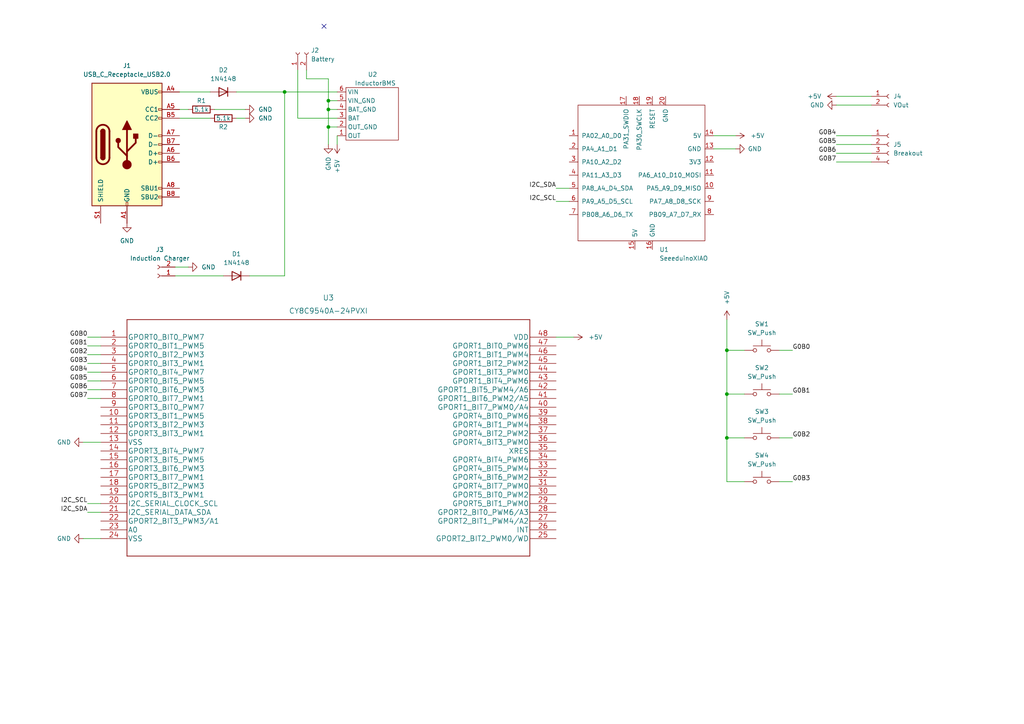
<source format=kicad_sch>
(kicad_sch (version 20211123) (generator eeschema)
  (paper "A4")
  (title_block (title "The Inductor") (rev "1") (company "Catch Products"))
  (lib_symbols
    (symbol "Connector:Conn_01x02_Female" (pin_names (offset 1.016) hide)
      (property "Reference" "J" (at 0 2.54 0))
      (property "Value" "Conn_01x02_Female" (at 0 -5.08 0))
      (symbol "Conn_01x02_Female_1_1"
        (arc (start 0 -2.032) (mid -0.508 -2.54) (end 0 -3.048) (stroke (width 0.1524)))
        (polyline (pts (xy -1.27 -2.54) (xy -0.508 -2.54)) (stroke (width 0.1524)))
        (polyline (pts (xy -1.27 0) (xy -0.508 0)) (stroke (width 0.1524)))
        (arc (start 0 0.508) (mid -0.508 0) (end 0 -0.508) (stroke (width 0.1524)))
        (pin passive line (at -5.08 0 0) (length 3.81) (name "Pin_1") (number "1"))
        (pin passive line (at -5.08 -2.54 0) (length 3.81) (name "Pin_2") (number "2"))
      )
    )
    (symbol "Connector:Conn_01x04_Female" (pin_names (offset 1.016) hide)
      (property "Reference" "J" (at 0 5.08 0))
      (property "Value" "Conn_01x04_Female" (at 0 -7.62 0))
      (symbol "Conn_01x04_Female_1_1"
        (arc (start 0 -4.572) (mid -0.508 -5.08) (end 0 -5.588) (stroke (width 0.1524)))
        (arc (start 0 -2.032) (mid -0.508 -2.54) (end 0 -3.048) (stroke (width 0.1524)))
        (polyline (pts (xy -1.27 -5.08) (xy -0.508 -5.08)) (stroke (width 0.1524)))
        (polyline (pts (xy -1.27 -2.54) (xy -0.508 -2.54)) (stroke (width 0.1524)))
        (polyline (pts (xy -1.27 0) (xy -0.508 0)) (stroke (width 0.1524)))
        (polyline (pts (xy -1.27 2.54) (xy -0.508 2.54)) (stroke (width 0.1524)))
        (arc (start 0 0.508) (mid -0.508 0) (end 0 -0.508) (stroke (width 0.1524)))
        (arc (start 0 3.048) (mid -0.508 2.54) (end 0 2.032) (stroke (width 0.1524)))
        (pin passive line (at -5.08 2.54 0) (length 3.81) (name "Pin_1") (number "1"))
        (pin passive line (at -5.08 0 0) (length 3.81) (name "Pin_2") (number "2"))
        (pin passive line (at -5.08 -2.54 0) (length 3.81) (name "Pin_3") (number "3"))
        (pin passive line (at -5.08 -5.08 0) (length 3.81) (name "Pin_4") (number "4"))
      )
    )
    (symbol "Connector:USB_C_Receptacle_USB2.0" (pin_names (offset 1.016))
      (property "Reference" "J" (at -10.16 19.05 0))
      (property "Value" "USB_C_Receptacle_USB2.0" (at 19.05 19.05 0))
      (symbol "USB_C_Receptacle_USB2.0_0_0"
        (rectangle (start -0.254 -17.78) (end 0.254 -16.764))
        (rectangle (start 10.16 -14.986) (end 9.144 -15.494))
        (rectangle (start 10.16 -12.446) (end 9.144 -12.954))
        (rectangle (start 10.16 -4.826) (end 9.144 -5.334))
        (rectangle (start 10.16 -2.286) (end 9.144 -2.794))
        (rectangle (start 10.16 0.254) (end 9.144 -0.254))
        (rectangle (start 10.16 2.794) (end 9.144 2.286))
        (rectangle (start 10.16 7.874) (end 9.144 7.366))
        (rectangle (start 10.16 10.414) (end 9.144 9.906))
        (rectangle (start 10.16 15.494) (end 9.144 14.986))
      )
      (symbol "USB_C_Receptacle_USB2.0_0_1"
        (rectangle (start -10.16 17.78) (end 10.16 -17.78) (stroke (width 0.254)) (fill (type background)))
        (arc (start -8.89 -3.81) (mid -6.985 -5.715) (end -5.08 -3.81) (stroke (width 0.508)))
        (arc (start -7.62 -3.81) (mid -6.985 -4.445) (end -6.35 -3.81) (stroke (width 0.254)))
        (arc (start -7.62 -3.81) (mid -6.985 -4.445) (end -6.35 -3.81) (stroke (width 0.254)) (fill (type outline)))
        (rectangle (start -7.62 -3.81) (end -6.35 3.81) (stroke (width 0.254)) (fill (type outline)))
        (arc (start -6.35 3.81) (mid -6.985 4.445) (end -7.62 3.81) (stroke (width 0.254)))
        (arc (start -6.35 3.81) (mid -6.985 4.445) (end -7.62 3.81) (stroke (width 0.254)) (fill (type outline)))
        (arc (start -5.08 3.81) (mid -6.985 5.715) (end -8.89 3.81) (stroke (width 0.508)))
        (circle (center -2.54 1.143) (radius 0.635) (stroke (width 0.254)) (fill (type outline)))
        (circle (center 0 -5.842) (radius 1.27) (fill (type outline)))
        (polyline (pts (xy -8.89 -3.81) (xy -8.89 3.81)) (stroke (width 0.508)))
        (polyline (pts (xy -5.08 3.81) (xy -5.08 -3.81)) (stroke (width 0.508)))
        (polyline (pts (xy 0 -5.842) (xy 0 4.318)) (stroke (width 0.508)))
        (polyline (pts (xy 0 -3.302) (xy -2.54 -0.762) (xy -2.54 0.508)) (stroke (width 0.508)))
        (polyline (pts (xy 0 -2.032) (xy 2.54 0.508) (xy 2.54 1.778)) (stroke (width 0.508)))
        (polyline (pts (xy -1.27 4.318) (xy 0 6.858) (xy 1.27 4.318) (xy -1.27 4.318)) (stroke (width 0.254)) (fill (type outline)))
        (rectangle (start 1.905 1.778) (end 3.175 3.048) (stroke (width 0.254)) (fill (type outline)))
      )
      (symbol "USB_C_Receptacle_USB2.0_1_1"
        (pin passive line (at 0 -22.86 90) (length 5.08) (name "GND") (number "A1"))
        (pin passive line (at 0 -22.86 90) (length 5.08) hide (name "GND") (number "A12"))
        (pin passive line (at 15.24 15.24 180) (length 5.08) (name "VBUS") (number "A4"))
        (pin bidirectional line (at 15.24 10.16 180) (length 5.08) (name "CC1") (number "A5"))
        (pin bidirectional line (at 15.24 -2.54 180) (length 5.08) (name "D+") (number "A6"))
        (pin bidirectional line (at 15.24 2.54 180) (length 5.08) (name "D-") (number "A7"))
        (pin bidirectional line (at 15.24 -12.7 180) (length 5.08) (name "SBU1") (number "A8"))
        (pin passive line (at 15.24 15.24 180) (length 5.08) hide (name "VBUS") (number "A9"))
        (pin passive line (at 0 -22.86 90) (length 5.08) hide (name "GND") (number "B1"))
        (pin passive line (at 0 -22.86 90) (length 5.08) hide (name "GND") (number "B12"))
        (pin passive line (at 15.24 15.24 180) (length 5.08) hide (name "VBUS") (number "B4"))
        (pin bidirectional line (at 15.24 7.62 180) (length 5.08) (name "CC2") (number "B5"))
        (pin bidirectional line (at 15.24 -5.08 180) (length 5.08) (name "D+") (number "B6"))
        (pin bidirectional line (at 15.24 0 180) (length 5.08) (name "D-") (number "B7"))
        (pin bidirectional line (at 15.24 -15.24 180) (length 5.08) (name "SBU2") (number "B8"))
        (pin passive line (at 15.24 15.24 180) (length 5.08) hide (name "VBUS") (number "B9"))
        (pin passive line (at -7.62 -22.86 90) (length 5.08) (name "SHIELD") (number "S1"))
      )
    )
    (symbol "Device:R" (pin_numbers hide) (pin_names (offset 0))
      (property "Reference" "R" (at 2.032 0 90))
      (property "Value" "R" (at 0 0 90))
      (symbol "R_0_1"
        (rectangle (start -1.016 -2.54) (end 1.016 2.54) (stroke (width 0.254)))
      )
      (symbol "R_1_1"
        (pin passive line (at 0 3.81 270) (length 1.27) (name "~") (number "1"))
        (pin passive line (at 0 -3.81 90) (length 1.27) (name "~") (number "2"))
      )
    )
    (symbol "Diode:1N4148" (pin_numbers hide) (pin_names (offset 1.016) hide)
      (property "Reference" "D" (at 0 2.54 0))
      (property "Value" "1N4148" (at 0 -2.54 0))
      (symbol "1N4148_0_1"
        (polyline (pts (xy -1.27 1.27) (xy -1.27 -1.27)) (stroke (width 0.254)))
        (polyline (pts (xy 1.27 0) (xy -1.27 0)))
        (polyline (pts (xy 1.27 1.27) (xy 1.27 -1.27) (xy -1.27 0) (xy 1.27 1.27)) (stroke (width 0.254)))
      )
      (symbol "1N4148_1_1"
        (pin passive line (at -3.81 0 0) (length 2.54) (name "K") (number "1"))
        (pin passive line (at 3.81 0 180) (length 2.54) (name "A") (number "2"))
      )
    )
    (symbol "InductorProjLib:InductorBMS"
      (property "Reference" "U2" (at 8.89 1.2701 0))
      (property "Value" "InductorBMS" (at 8.89 -1.2699 0))
      (symbol "InductorBMS_0_1"
        (rectangle (start -7.62 7.62) (end 7.62 -7.62))
      )
      (symbol "InductorBMS_1_1"
        (pin output line (at 10.16 6.35 180) (length 2.54) (name "OUT") (number "1"))
        (pin output line (at 10.16 3.81 180) (length 2.54) (name "OUT_GND") (number "2"))
        (pin bidirectional line (at 10.16 1.27 180) (length 2.54) (name "BAT") (number "3"))
        (pin bidirectional line (at 10.16 -1.27 180) (length 2.54) (name "BAT_GND") (number "4"))
        (pin input line (at 10.16 -3.81 180) (length 2.54) (name "VIN_GND") (number "5"))
        (pin input line (at 10.16 -6.35 180) (length 2.54) (name "VIN") (number "6"))
      )
    )
    (symbol "Seeeduino-XIAO:SeeeduinoXIAO" (pin_names (offset 1.016))
      (property "Reference" "U" (at -19.05 22.86 0))
      (property "Value" "SeeeduinoXIAO" (at -12.7 21.59 0))
      (symbol "SeeeduinoXIAO_0_1"
        (rectangle (start -19.05 20.32) (end 17.78 -19.05))
      )
      (symbol "SeeeduinoXIAO_1_1"
        (pin unspecified line (at -21.59 11.43 0) (length 2.54) (name "PA02_A0_D0") (number "1"))
        (pin unspecified line (at 20.32 -3.81 180) (length 2.54) (name "PA5_A9_D9_MISO") (number "10"))
        (pin unspecified line (at 20.32 0 180) (length 2.54) (name "PA6_A10_D10_MOSI") (number "11"))
        (pin unspecified line (at 20.32 3.81 180) (length 2.54) (name "3V3") (number "12"))
        (pin unspecified line (at 20.32 7.62 180) (length 2.54) (name "GND") (number "13"))
        (pin unspecified line (at 20.32 11.43 180) (length 2.54) (name "5V") (number "14"))
        (pin input line (at -2.54 -21.59 90) (length 2.54) (name "5V") (number "15"))
        (pin input line (at 2.54 -21.59 90) (length 2.54) (name "GND") (number "16"))
        (pin input line (at -5.08 22.86 270) (length 2.54) (name "PA31_SWDIO") (number "17"))
        (pin input line (at -1.27 22.86 270) (length 2.54) (name "PA30_SWCLK") (number "18"))
        (pin input line (at 2.54 22.86 270) (length 2.54) (name "RESET") (number "19"))
        (pin unspecified line (at -21.59 7.62 0) (length 2.54) (name "PA4_A1_D1") (number "2"))
        (pin input line (at 6.35 22.86 270) (length 2.54) (name "GND") (number "20"))
        (pin unspecified line (at -21.59 3.81 0) (length 2.54) (name "PA10_A2_D2") (number "3"))
        (pin unspecified line (at -21.59 0 0) (length 2.54) (name "PA11_A3_D3") (number "4"))
        (pin unspecified line (at -21.59 -3.81 0) (length 2.54) (name "PA8_A4_D4_SDA") (number "5"))
        (pin unspecified line (at -21.59 -7.62 0) (length 2.54) (name "PA9_A5_D5_SCL") (number "6"))
        (pin unspecified line (at -21.59 -11.43 0) (length 2.54) (name "PB08_A6_D6_TX") (number "7"))
        (pin unspecified line (at 20.32 -11.43 180) (length 2.54) (name "PB09_A7_D7_RX") (number "8"))
        (pin unspecified line (at 20.32 -7.62 180) (length 2.54) (name "PA7_A8_D8_SCK") (number "9"))
      )
    )
    (symbol "Switch:SW_Push" (pin_numbers hide) (pin_names (offset 1.016) hide)
      (property "Reference" "SW" (at 1.27 2.54 0))
      (property "Value" "SW_Push" (at 0 -1.524 0))
      (symbol "SW_Push_0_1"
        (circle (center -2.032 0) (radius 0.508))
        (polyline (pts (xy 0 1.27) (xy 0 3.048)))
        (polyline (pts (xy 2.54 1.27) (xy -2.54 1.27)))
        (circle (center 2.032 0) (radius 0.508))
        (pin passive line (at -5.08 0 0) (length 2.54) (name "1") (number "1"))
        (pin passive line (at 5.08 0 180) (length 2.54) (name "2") (number "2"))
      )
    )
    (symbol "power:+5V" (power) (pin_names (offset 0))
      (property "Value" "+5V" (at 0 3.556 0))
      (symbol "+5V_0_1"
        (polyline (pts (xy -0.762 1.27) (xy 0 2.54)))
        (polyline (pts (xy 0 0) (xy 0 2.54)))
        (polyline (pts (xy 0 2.54) (xy 0.762 1.27)))
      )
      (symbol "+5V_1_1"
        (pin power_in line (at 0 0 90) (length 0) hide (name "+5V") (number "1"))
      )
    )
    (symbol "power:GND" (power) (pin_names (offset 0))
      (property "Value" "GND" (at 0 -3.81 0))
      (symbol "GND_0_1"
        (polyline (pts (xy 0 0) (xy 0 -1.27) (xy 1.27 -1.27) (xy 0 -2.54) (xy -1.27 -1.27) (xy 0 -1.27)))
      )
      (symbol "GND_1_1"
        (pin power_in line (at 0 0 270) (length 0) hide (name "GND") (number "1"))
      )
    )
    (symbol "ul_CY8C9540A-24PVXI:CY8C9540A-24PVXI" (pin_names (offset 0.254))
      (property "Reference" "U" (at 66.04 10.16 0))
      (property "Value" "CY8C9540A-24PVXI" (at 66.04 7.62 0))
      (symbol "CY8C9540A-24PVXI_1_1"
        (polyline (pts (xy 7.62 -63.5) (xy 124.46 -63.5)) (stroke (width 0.2032)))
        (polyline (pts (xy 7.62 5.08) (xy 7.62 -63.5)) (stroke (width 0.2032)))
        (polyline (pts (xy 124.46 -63.5) (xy 124.46 5.08)) (stroke (width 0.2032)))
        (polyline (pts (xy 124.46 5.08) (xy 7.62 5.08)) (stroke (width 0.2032)))
        (pin unspecified line (at 0 0 0) (length 7.62) (name "GPORT0_BIT0_PWM7") (number "1"))
        (pin unspecified line (at 0 -22.86 0) (length 7.62) (name "GPORT3_BIT1_PWM5") (number "10"))
        (pin unspecified line (at 0 -25.4 0) (length 7.62) (name "GPORT3_BIT2_PWM3") (number "11"))
        (pin unspecified line (at 0 -27.94 0) (length 7.62) (name "GPORT3_BIT3_PWM1") (number "12"))
        (pin power_in line (at 0 -30.48 0) (length 7.62) (name "VSS") (number "13"))
        (pin unspecified line (at 0 -33.02 0) (length 7.62) (name "GPORT3_BIT4_PWM7") (number "14"))
        (pin unspecified line (at 0 -35.56 0) (length 7.62) (name "GPORT3_BIT5_PWM5") (number "15"))
        (pin unspecified line (at 0 -38.1 0) (length 7.62) (name "GPORT3_BIT6_PWM3") (number "16"))
        (pin unspecified line (at 0 -40.64 0) (length 7.62) (name "GPORT3_BIT7_PWM1") (number "17"))
        (pin unspecified line (at 0 -43.18 0) (length 7.62) (name "GPORT5_BIT2_PWM3") (number "18"))
        (pin unspecified line (at 0 -45.72 0) (length 7.62) (name "GPORT5_BIT3_PWM1") (number "19"))
        (pin unspecified line (at 0 -2.54 0) (length 7.62) (name "GPORT0_BIT1_PWM5") (number "2"))
        (pin unspecified line (at 0 -48.26 0) (length 7.62) (name "I2C_SERIAL_CLOCK_SCL") (number "20"))
        (pin unspecified line (at 0 -50.8 0) (length 7.62) (name "I2C_SERIAL_DATA_SDA") (number "21"))
        (pin unspecified line (at 0 -53.34 0) (length 7.62) (name "GPORT2_BIT3_PWM3/A1") (number "22"))
        (pin unspecified line (at 0 -55.88 0) (length 7.62) (name "A0") (number "23"))
        (pin power_in line (at 0 -58.42 0) (length 7.62) (name "VSS") (number "24"))
        (pin unspecified line (at 132.08 -58.42 180) (length 7.62) (name "GPORT2_BIT2_PWM0/WD") (number "25"))
        (pin unspecified line (at 132.08 -55.88 180) (length 7.62) (name "INT") (number "26"))
        (pin unspecified line (at 132.08 -53.34 180) (length 7.62) (name "GPORT2_BIT1_PWM4/A2") (number "27"))
        (pin unspecified line (at 132.08 -50.8 180) (length 7.62) (name "GPORT2_BIT0_PWM6/A3") (number "28"))
        (pin unspecified line (at 132.08 -48.26 180) (length 7.62) (name "GPORT5_BIT1_PWM0") (number "29"))
        (pin unspecified line (at 0 -5.08 0) (length 7.62) (name "GPORT0_BIT2_PWM3") (number "3"))
        (pin unspecified line (at 132.08 -45.72 180) (length 7.62) (name "GPORT5_BIT0_PWM2") (number "30"))
        (pin unspecified line (at 132.08 -43.18 180) (length 7.62) (name "GPORT4_BIT7_PWM0") (number "31"))
        (pin unspecified line (at 132.08 -40.64 180) (length 7.62) (name "GPORT4_BIT6_PWM2") (number "32"))
        (pin unspecified line (at 132.08 -38.1 180) (length 7.62) (name "GPORT4_BIT5_PWM4") (number "33"))
        (pin unspecified line (at 132.08 -35.56 180) (length 7.62) (name "GPORT4_BIT4_PWM6") (number "34"))
        (pin unspecified line (at 132.08 -33.02 180) (length 7.62) (name "XRES") (number "35"))
        (pin unspecified line (at 132.08 -30.48 180) (length 7.62) (name "GPORT4_BIT3_PWM0") (number "36"))
        (pin unspecified line (at 132.08 -27.94 180) (length 7.62) (name "GPORT4_BIT2_PWM2") (number "37"))
        (pin unspecified line (at 132.08 -25.4 180) (length 7.62) (name "GPORT4_BIT1_PWM4") (number "38"))
        (pin unspecified line (at 132.08 -22.86 180) (length 7.62) (name "GPORT4_BIT0_PWM6") (number "39"))
        (pin unspecified line (at 0 -7.62 0) (length 7.62) (name "GPORT0_BIT3_PWM1") (number "4"))
        (pin unspecified line (at 132.08 -20.32 180) (length 7.62) (name "GPORT1_BIT7_PWM0/A4") (number "40"))
        (pin unspecified line (at 132.08 -17.78 180) (length 7.62) (name "GPORT1_BIT6_PWM2/A5") (number "41"))
        (pin unspecified line (at 132.08 -15.24 180) (length 7.62) (name "GPORT1_BIT5_PWM4/A6") (number "42"))
        (pin unspecified line (at 132.08 -12.7 180) (length 7.62) (name "GPORT1_BIT4_PWM6") (number "43"))
        (pin unspecified line (at 132.08 -10.16 180) (length 7.62) (name "GPORT1_BIT3_PWM0") (number "44"))
        (pin unspecified line (at 132.08 -7.62 180) (length 7.62) (name "GPORT1_BIT2_PWM2") (number "45"))
        (pin unspecified line (at 132.08 -5.08 180) (length 7.62) (name "GPORT1_BIT1_PWM4") (number "46"))
        (pin unspecified line (at 132.08 -2.54 180) (length 7.62) (name "GPORT1_BIT0_PWM6") (number "47"))
        (pin power_in line (at 132.08 0 180) (length 7.62) (name "VDD") (number "48"))
        (pin unspecified line (at 0 -10.16 0) (length 7.62) (name "GPORT0_BIT4_PWM7") (number "5"))
        (pin unspecified line (at 0 -12.7 0) (length 7.62) (name "GPORT0_BIT5_PWM5") (number "6"))
        (pin unspecified line (at 0 -15.24 0) (length 7.62) (name "GPORT0_BIT6_PWM3") (number "7"))
        (pin unspecified line (at 0 -17.78 0) (length 7.62) (name "GPORT0_BIT7_PWM1") (number "8"))
        (pin unspecified line (at 0 -20.32 0) (length 7.62) (name "GPORT3_BIT0_PWM7") (number "9"))
      )
    )
  )
  (junction (at 95.25 29.21))
  (junction (at 210.82 101.6))
  (junction (at 95.25 36.83))
  (junction (at 210.82 127))
  (junction (at 210.82 114.3))
  (junction (at 95.25 31.75))
  (junction (at 82.55 26.67))
  (no_connect (at 93.98 7.62))
  (wire (pts (xy 97.79 39.37) (xy 97.79 41.91)))
  (wire (pts (xy 88.9 22.86) (xy 95.25 22.86)))
  (wire (pts (xy 95.25 29.21) (xy 95.25 31.75)))
  (wire (pts (xy 25.4 102.87) (xy 29.21 102.87)))
  (wire (pts (xy 95.25 31.75) (xy 97.79 31.75)))
  (wire (pts (xy 210.82 127) (xy 210.82 139.7)))
  (wire (pts (xy 210.82 101.6) (xy 215.9 101.6)))
  (wire (pts (xy 210.82 127) (xy 215.9 127)))
  (wire (pts (xy 97.79 29.21) (xy 95.25 29.21)))
  (wire (pts (xy 95.25 41.91) (xy 95.25 36.83)))
  (wire (pts (xy 25.4 107.95) (xy 29.21 107.95)))
  (wire (pts (xy 82.55 80.01) (xy 82.55 26.67)))
  (wire (pts (xy 95.25 31.75) (xy 95.25 36.83)))
  (wire (pts (xy 242.57 30.48) (xy 252.73 30.48)))
  (wire (pts (xy 95.25 22.86) (xy 95.25 29.21)))
  (wire (pts (xy 25.4 113.03) (xy 29.21 113.03)))
  (wire (pts (xy 210.82 114.3) (xy 215.9 114.3)))
  (wire (pts (xy 161.29 97.79) (xy 166.37 97.79)))
  (wire (pts (xy 226.06 127) (xy 229.87 127)))
  (wire (pts (xy 161.29 54.61) (xy 165.1 54.61)))
  (wire (pts (xy 52.07 31.75) (xy 54.61 31.75)))
  (wire (pts (xy 242.57 46.99) (xy 252.73 46.99)))
  (wire (pts (xy 161.29 58.42) (xy 165.1 58.42)))
  (wire (pts (xy 210.82 92.71) (xy 210.82 101.6)))
  (wire (pts (xy 24.13 128.27) (xy 29.21 128.27)))
  (wire (pts (xy 207.01 39.37) (xy 213.36 39.37)))
  (wire (pts (xy 86.36 34.29) (xy 97.79 34.29)))
  (wire (pts (xy 242.57 39.37) (xy 252.73 39.37)))
  (wire (pts (xy 226.06 101.6) (xy 229.87 101.6)))
  (wire (pts (xy 68.58 26.67) (xy 82.55 26.67)))
  (wire (pts (xy 25.4 97.79) (xy 29.21 97.79)))
  (wire (pts (xy 62.23 31.75) (xy 71.12 31.75)))
  (wire (pts (xy 25.4 105.41) (xy 29.21 105.41)))
  (wire (pts (xy 24.13 156.21) (xy 29.21 156.21)))
  (wire (pts (xy 242.57 44.45) (xy 252.73 44.45)))
  (wire (pts (xy 25.4 110.49) (xy 29.21 110.49)))
  (wire (pts (xy 82.55 26.67) (xy 97.79 26.67)))
  (wire (pts (xy 242.57 27.94) (xy 252.73 27.94)))
  (wire (pts (xy 210.82 139.7) (xy 215.9 139.7)))
  (wire (pts (xy 50.8 80.01) (xy 64.77 80.01)))
  (wire (pts (xy 25.4 148.59) (xy 29.21 148.59)))
  (wire (pts (xy 226.06 114.3) (xy 229.87 114.3)))
  (wire (pts (xy 52.07 34.29) (xy 60.96 34.29)))
  (wire (pts (xy 68.58 34.29) (xy 71.12 34.29)))
  (wire (pts (xy 210.82 114.3) (xy 210.82 127)))
  (wire (pts (xy 95.25 36.83) (xy 97.79 36.83)))
  (wire (pts (xy 226.06 139.7) (xy 229.87 139.7)))
  (wire (pts (xy 86.36 20.32) (xy 86.36 34.29)))
  (wire (pts (xy 72.39 80.01) (xy 82.55 80.01)))
  (wire (pts (xy 25.4 115.57) (xy 29.21 115.57)))
  (wire (pts (xy 88.9 20.32) (xy 88.9 22.86)))
  (wire (pts (xy 25.4 146.05) (xy 29.21 146.05)))
  (wire (pts (xy 207.01 43.18) (xy 213.36 43.18)))
  (wire (pts (xy 242.57 41.91) (xy 252.73 41.91)))
  (wire (pts (xy 210.82 101.6) (xy 210.82 114.3)))
  (wire (pts (xy 52.07 26.67) (xy 60.96 26.67)))
  (wire (pts (xy 50.8 77.47) (xy 54.61 77.47)))
  (wire (pts (xy 25.4 100.33) (xy 29.21 100.33)))
  (label "G0B3" (at 25.4 105.41 180))
  (label "G0B5" (at 242.57 41.91 180))
  (label "G0B2" (at 229.87 127 0))
  (label "I2C_SDA" (at 161.29 54.61 180))
  (label "G0B1" (at 229.87 114.3 0))
  (label "I2C_SCL" (at 161.29 58.42 180))
  (label "G0B3" (at 229.87 139.7 0))
  (label "G0B4" (at 242.57 39.37 180))
  (label "G0B6" (at 25.4 113.03 180))
  (label "I2C_SDA" (at 25.4 148.59 180))
  (label "G0B0" (at 25.4 97.79 180))
  (label "G0B6" (at 242.57 44.45 180))
  (label "G0B4" (at 25.4 107.95 180))
  (label "G0B5" (at 25.4 110.49 180))
  (label "G0B2" (at 25.4 102.87 180))
  (label "G0B0" (at 229.87 101.6 0))
  (label "G0B7" (at 242.57 46.99 180))
  (label "G0B7" (at 25.4 115.57 180))
  (label "I2C_SCL" (at 25.4 146.05 180))
  (label "G0B1" (at 25.4 100.33 180))
  (symbol (lib_id "power:+5V") (at 210.82 92.71 0) (unit 1)
    (property "Reference" "#PWR0110" (effects hide))
    (property "Value" "+5V" (at 210.82 86.36 90))
  )
  (symbol (lib_id "power:+5V") (at 97.79 41.91 180) (unit 1)
    (property "Reference" "#PWR0105" (effects hide))
    (property "Value" "+5V" (at 97.79 48.26 90))
  )
  (symbol (lib_id "Connector:Conn_01x02_Female") (at 257.81 27.94 0) (unit 1)
    (property "Reference" "J4" (at 259.08 27.9399 0) (effects (justify left)))
    (property "Value" "VOut" (at 259.08 30.4799 0) (effects (justify left)))
    (property "Footprint" "Connector_Wire:SolderWire-0.5sqmm_1x02_P4.6mm_D0.9mm_OD2.1mm" (effects hide))
  )
  (symbol (lib_id "Device:R") (at 58.42 31.75 90) (unit 1)
    (property "Reference" "R1" (at 58.42 29.21 90))
    (property "Value" "5.1k" (at 58.42 31.75 90))
    (property "Footprint" "Resistor_THT:R_Axial_DIN0207_L6.3mm_D2.5mm_P7.62mm_Horizontal" (effects hide))
  )
  (symbol (lib_id "power:GND") (at 95.25 41.91 0) (unit 1)
    (property "Reference" "#PWR0104" (effects hide))
    (property "Value" "GND" (at 95.25 49.53 90) (effects (justify left)))
  )
  (symbol (lib_id "power:+5V") (at 166.37 97.79 270) (unit 1)
    (property "Reference" "#PWR0109" (effects hide))
    (property "Value" "+5V" (at 172.72 97.79 90))
  )
  (symbol (lib_id "Connector:Conn_01x02_Female") (at 45.72 80.01 180) (unit 1)
    (property "Reference" "J3" (at 46.355 72.39 0))
    (property "Value" "Induction Charger" (at 46.355 74.93 0))
    (property "Footprint" "Connector_Wire:SolderWire-0.5sqmm_1x02_P4.6mm_D0.9mm_OD2.1mm" (effects hide))
  )
  (symbol (lib_id "power:GND") (at 54.61 77.47 90) (unit 1)
    (property "Reference" "#PWR0106" (effects hide))
    (property "Value" "GND" (at 58.42 77.4699 90) (effects (justify right)))
  )
  (symbol (lib_id "Switch:SW_Push") (at 220.98 101.6 0) (unit 1)
    (property "Reference" "SW1" (at 220.98 93.98 0))
    (property "Value" "SW_Push" (at 220.98 96.52 0))
    (property "Footprint" "Switch_Keyboard_Kailh:SW_Kailh_Choc_V1_1.00u" (effects hide))
  )
  (symbol (lib_id "Connector:USB_C_Receptacle_USB2.0") (at 36.83 41.91 0) (unit 1)
    (property "Reference" "J1" (at 36.83 19.05 0))
    (property "Value" "USB_C_Receptacle_USB2.0" (at 36.83 21.59 0))
    (property "Footprint" "Connector_USB:USB_C_Receptacle_GCT_USB4085" (effects hide))
    (property "Datasheet" "https://www.usb.org/sites/default/files/documents/usb_type-c.zip" (effects hide))
  )
  (symbol (lib_id "power:GND") (at 71.12 31.75 90) (unit 1)
    (property "Reference" "#PWR0101" (effects hide))
    (property "Value" "GND" (at 74.93 31.7499 90) (effects (justify right)))
  )
  (symbol (lib_id "power:GND") (at 24.13 156.21 270) (unit 1)
    (property "Reference" "#PWR0113" (effects hide))
    (property "Value" "GND" (at 16.51 156.21 90) (effects (justify left)))
  )
  (symbol (lib_id "power:GND") (at 242.57 30.48 270) (unit 1)
    (property "Reference" "#PWR0112" (effects hide))
    (property "Value" "GND" (at 234.95 30.48 90) (effects (justify left)))
  )
  (symbol (lib_id "Switch:SW_Push") (at 220.98 127 0) (unit 1)
    (property "Reference" "SW3" (at 220.98 119.38 0))
    (property "Value" "SW_Push" (at 220.98 121.92 0))
    (property "Footprint" "Switch_Keyboard_Kailh:SW_Kailh_Choc_V1_1.00u" (effects hide))
  )
  (symbol (lib_id "Diode:1N4148") (at 64.77 26.67 180) (unit 1)
    (property "Reference" "D2" (at 64.77 20.32 0))
    (property "Value" "1N4148" (at 64.77 22.86 0))
    (property "Footprint" "Diode_THT:D_DO-35_SOD27_P7.62mm_Horizontal" (effects hide))
    (property "Datasheet" "https://assets.nexperia.com/documents/data-sheet/1N4148_1N4448.pdf" (effects hide))
  )
  (symbol (lib_id "Switch:SW_Push") (at 220.98 114.3 0) (unit 1)
    (property "Reference" "SW2" (at 220.98 106.68 0))
    (property "Value" "SW_Push" (at 220.98 109.22 0))
    (property "Footprint" "Switch_Keyboard_Kailh:SW_Kailh_Choc_V1_1.00u" (effects hide))
  )
  (symbol (lib_id "InductorProjLib:InductorBMS") (at 107.95 33.02 180) (unit 1)
    (property "Reference" "U2" (at 106.68 21.59 0) (effects (justify right)))
    (property "Value" "InductorBMS" (at 102.87 24.13 0) (effects (justify right)))
    (property "Footprint" "InductorProjFootprints:InductorBMS" (effects hide))
  )
  (symbol (lib_id "Connector:Conn_01x02_Female") (at 86.36 15.24 90) (unit 1)
    (property "Reference" "J2" (at 90.17 14.6049 90) (effects (justify right)))
    (property "Value" "Battery" (at 90.17 17.1449 90) (effects (justify right)))
    (property "Footprint" "Connector_Wire:SolderWire-0.5sqmm_1x02_P4.6mm_D0.9mm_OD2.1mm" (effects hide))
  )
  (symbol (lib_id "power:GND") (at 36.83 64.77 0) (unit 1)
    (property "Reference" "#PWR0103" (effects hide))
    (property "Value" "GND" (at 36.83 69.85 0))
  )
  (symbol (lib_id "power:GND") (at 213.36 43.18 90) (unit 1)
    (property "Reference" "#PWR0108" (effects hide))
    (property "Value" "GND" (at 220.98 43.18 90) (effects (justify left)))
  )
  (symbol (lib_id "power:GND") (at 24.13 128.27 270) (unit 1)
    (property "Reference" "#PWR0114" (effects hide))
    (property "Value" "GND" (at 16.51 128.27 90) (effects (justify left)))
  )
  (symbol (lib_id "power:+5V") (at 213.36 39.37 270) (unit 1)
    (property "Reference" "#PWR0107" (effects hide))
    (property "Value" "+5V" (at 219.71 39.37 90))
  )
  (symbol (lib_id "Device:R") (at 64.77 34.29 90) (unit 1)
    (property "Reference" "R2" (at 64.77 36.83 90))
    (property "Value" "5.1k" (at 64.77 34.29 90))
    (property "Footprint" "Resistor_THT:R_Axial_DIN0207_L6.3mm_D2.5mm_P7.62mm_Horizontal" (effects hide))
  )
  (symbol (lib_id "ul_CY8C9540A-24PVXI:CY8C9540A-24PVXI") (at 29.21 97.79 0) (unit 1)
    (property "Reference" "U3" (at 95.25 86.36 0) (effects (font (size 1.524 1.524))))
    (property "Value" "CY8C9540A-24PVXI" (at 95.25 90.17 0) (effects (font (size 1.524 1.524))))
    (property "Footprint" "ul_CY8C9540A-24PVXI:CY8C9540A-24PVXI" (effects hide))
  )
  (symbol (lib_id "Connector:Conn_01x04_Female") (at 257.81 41.91 0) (unit 1)
    (property "Reference" "J5" (at 259.08 41.9099 0) (effects (justify left)))
    (property "Value" "Breakout" (at 259.08 44.4499 0) (effects (justify left)))
    (property "Footprint" "Connector_Wire:SolderWire-0.5sqmm_1x04_P4.8mm_D0.9mm_OD2.3mm" (effects hide))
  )
  (symbol (lib_id "power:GND") (at 71.12 34.29 90) (unit 1)
    (property "Reference" "#PWR0102" (effects hide))
    (property "Value" "GND" (at 74.93 34.2899 90) (effects (justify right)))
  )
  (symbol (lib_id "power:+5V") (at 242.57 27.94 90) (unit 1)
    (property "Reference" "#PWR0111" (effects hide))
    (property "Value" "+5V" (at 236.22 27.94 90))
  )
  (symbol (lib_id "Diode:1N4148") (at 68.58 80.01 180) (unit 1)
    (property "Reference" "D1" (at 68.58 73.66 0))
    (property "Value" "1N4148" (at 68.58 76.2 0))
    (property "Footprint" "Diode_THT:D_DO-35_SOD27_P7.62mm_Horizontal" (effects hide))
    (property "Datasheet" "https://assets.nexperia.com/documents/data-sheet/1N4148_1N4448.pdf" (effects hide))
  )
  (symbol (lib_id "Seeeduino-XIAO:SeeeduinoXIAO") (at 186.69 50.8 0) (unit 1)
    (property "Reference" "U1" (at 191.2494 72.39 0) (effects (justify left)))
    (property "Value" "SeeeduinoXIAO" (at 191.2494 74.93 0) (effects (justify left)))
    (property "Footprint" "Seeeduino-XIAO:Seeeduino XIAO-MOUDLE14P-2.54-21X17.8MM" (effects hide))
  )
  (symbol (lib_id "Switch:SW_Push") (at 220.98 139.7 0) (unit 1)
    (property "Reference" "SW4" (at 220.98 132.08 0))
    (property "Value" "SW_Push" (at 220.98 134.62 0))
    (property "Footprint" "Switch_Keyboard_Kailh:SW_Kailh_Choc_V1_1.00u" (effects hide))
  )
)
</source>
